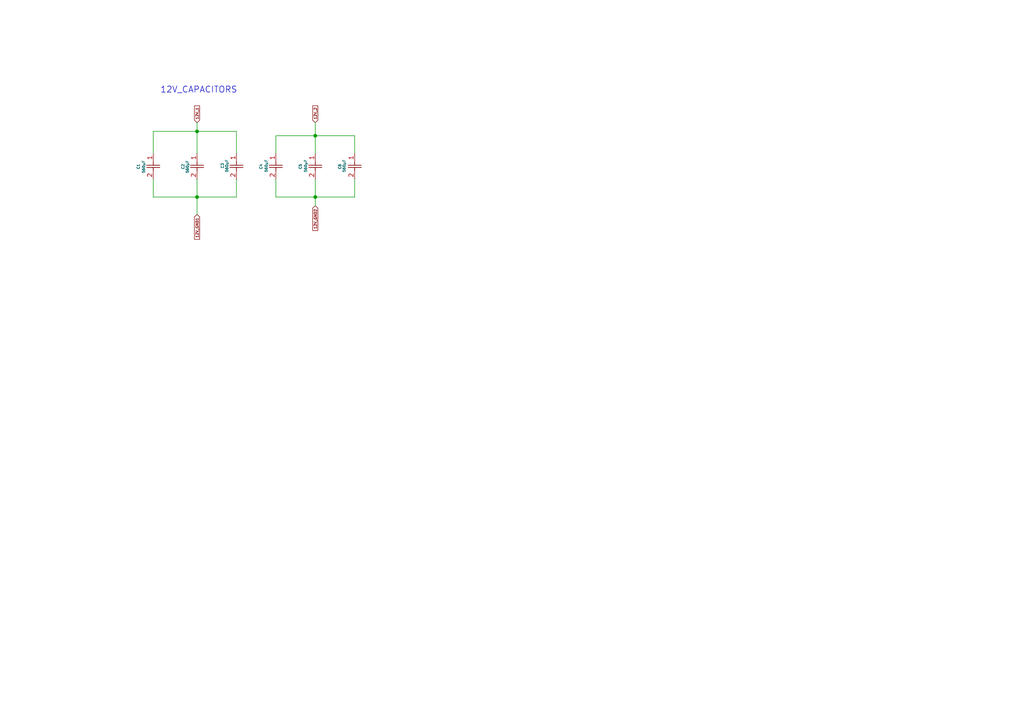
<source format=kicad_sch>
(kicad_sch (version 20231120) (generator "eeschema") (generator_version "8.0")
  (paper "A4")
  (lib_symbols
    (symbol "P122427CT-ND:EEE-FT1E561UP" (pin_names (offset 0.254))
      (property "Reference" "C" (at 3.81 3.81 0))
      (property "Value" "EEE-FT1E561UP" (at 3.81 -3.81 0))
      (symbol "EEE-FT1E561UP_1_1"
        (polyline (pts (xy 2.54 0) (xy 3.4798 0)) (stroke (width 0.2032)))
        (polyline (pts (xy 3.4798 -1.905) (xy 3.4798 1.905)) (stroke (width 0.2032)))
        (polyline (pts (xy 4.1148 -1.905) (xy 4.1148 1.905)) (stroke (width 0.2032)))
        (polyline (pts (xy 4.1148 0) (xy 5.08 0)) (stroke (width 0.2032)))
        (pin unspecified line (at 0 0 0) (length 2.54) (name "") (number "1"))
        (pin unspecified line (at 7.62 0 180) (length 2.54) (name "") (number "2"))
      )
      (symbol "EEE-FT1E561UP_1_2"
        (polyline (pts (xy -1.905 -4.1148) (xy 1.905 -4.1148)) (stroke (width 0.2032)))
        (polyline (pts (xy -1.905 -3.4798) (xy 1.905 -3.4798)) (stroke (width 0.2032)))
        (polyline (pts (xy 0 -4.1148) (xy 0 -5.08)) (stroke (width 0.2032)))
        (polyline (pts (xy 0 -2.54) (xy 0 -3.4798)) (stroke (width 0.2032)))
        (pin unspecified line (at 0 0 270) (length 2.54) (name "") (number "1"))
        (pin unspecified line (at 0 -7.62 90) (length 2.54) (name "") (number "2"))
      )
    )
  )
  (junction (at 57.15 57.15))
  (junction (at 91.44 39.37))
  (junction (at 57.15 38.1))
  (junction (at 91.44 57.15))
  (wire (pts (xy 44.45 38.1) (xy 57.15 38.1)))
  (wire (pts (xy 57.15 38.1) (xy 68.58 38.1)))
  (wire (pts (xy 102.87 52.07) (xy 102.87 57.15)))
  (wire (pts (xy 57.15 38.1) (xy 57.15 44.45)))
  (wire (pts (xy 91.44 35.56) (xy 91.44 39.37)))
  (wire (pts (xy 91.44 39.37) (xy 80.01 39.37)))
  (wire (pts (xy 91.44 57.15) (xy 102.87 57.15)))
  (wire (pts (xy 44.45 52.07) (xy 44.45 57.15)))
  (wire (pts (xy 57.15 57.15) (xy 57.15 62.23)))
  (wire (pts (xy 68.58 52.07) (xy 68.58 57.15)))
  (wire (pts (xy 91.44 52.07) (xy 91.44 57.15)))
  (wire (pts (xy 44.45 57.15) (xy 57.15 57.15)))
  (wire (pts (xy 80.01 39.37) (xy 80.01 44.45)))
  (wire (pts (xy 57.15 35.56) (xy 57.15 38.1)))
  (wire (pts (xy 80.01 52.07) (xy 80.01 57.15)))
  (wire (pts (xy 68.58 38.1) (xy 68.58 44.45)))
  (wire (pts (xy 91.44 39.37) (xy 91.44 44.45)))
  (wire (pts (xy 80.01 57.15) (xy 91.44 57.15)))
  (wire (pts (xy 57.15 57.15) (xy 68.58 57.15)))
  (wire (pts (xy 91.44 57.15) (xy 91.44 59.69)))
  (wire (pts (xy 44.45 38.1) (xy 44.45 44.45)))
  (wire (pts (xy 91.44 39.37) (xy 102.87 39.37)))
  (wire (pts (xy 102.87 39.37) (xy 102.87 44.45)))
  (wire (pts (xy 57.15 52.07) (xy 57.15 57.15)))
  (text "12V_CAPACITORS" (at 57.658 26.162 0) (effects (font (size 1.778 1.778))))
  (global_label "12V_GND2" (shape input) (at 91.44 59.69 270) (effects (font (size 0.762 0.762))) (property "Intersheetrefs" "${INTERSHEET_REFS}" (effects (hide yes))))
  (global_label "12V_2" (shape input) (at 91.44 35.56 90) (effects (font (size 0.762 0.762))) (property "Intersheetrefs" "${INTERSHEET_REFS}" (effects (hide yes))))
  (global_label "12V_1" (shape input) (at 57.15 35.56 90) (effects (font (size 0.762 0.762))) (property "Intersheetrefs" "${INTERSHEET_REFS}" (effects (hide yes))))
  (global_label "12V_GND1" (shape input) (at 57.15 62.23 270) (effects (font (size 0.762 0.762))) (property "Intersheetrefs" "${INTERSHEET_REFS}" (effects (hide yes))))
  (symbol (lib_id "P122427CT-ND:EEE-FT1E561UP") (at 102.87 44.45 270) (unit 1)
    (property "Reference" "C6" (at 98.552 47.498 0) (effects (font (size 0.762 0.762)) (justify left)))
    (property "Value" "560μF" (at 99.822 46.228 0) (effects (font (size 0.762 0.762)) (justify left)))
    (property "Footprint" "CAP_FT_F_PAN" (effects (hide yes)))
    (property "Datasheet" "EEE-FT1E561UP" (effects (hide yes)))
  )
  (symbol (lib_id "P122427CT-ND:EEE-FT1E561UP") (at 80.01 44.45 270) (unit 1)
    (property "Reference" "C4" (at 75.692 47.498 0) (effects (font (size 0.762 0.762)) (justify left)))
    (property "Value" "560μF" (at 77.216 46.228 0) (effects (font (size 0.762 0.762)) (justify left)))
    (property "Footprint" "CAP_FT_F_PAN" (effects (hide yes)))
    (property "Datasheet" "EEE-FT1E561UP" (effects (hide yes)))
  )
  (symbol (lib_id "P122427CT-ND:EEE-FT1E561UP") (at 91.44 44.45 270) (unit 1)
    (property "Reference" "C5" (at 87.122 47.498 0) (effects (font (size 0.762 0.762)) (justify left)))
    (property "Value" "560μF" (at 88.646 46.228 0) (effects (font (size 0.762 0.762)) (justify left)))
    (property "Footprint" "CAP_FT_F_PAN" (effects (hide yes)))
    (property "Datasheet" "EEE-FT1E561UP" (effects (hide yes)))
  )
  (symbol (lib_id "P122427CT-ND:EEE-FT1E561UP") (at 44.45 44.45 270) (unit 1)
    (property "Reference" "C1" (at 40.132 47.498 0) (effects (font (size 0.762 0.762)) (justify left)))
    (property "Value" "560μF" (at 41.656 46.482 0) (effects (font (size 0.762 0.762)) (justify left)))
    (property "Footprint" "CAP_FT_F_PAN" (effects (hide yes)))
    (property "Datasheet" "EEE-FT1E561UP" (effects (hide yes)))
  )
  (symbol (lib_id "P122427CT-ND:EEE-FT1E561UP") (at 68.58 44.45 270) (unit 1)
    (property "Reference" "C3" (at 64.516 47.244 0) (effects (font (size 0.762 0.762)) (justify left)))
    (property "Value" "560μF" (at 65.786 46.228 0) (effects (font (size 0.762 0.762)) (justify left)))
    (property "Footprint" "CAP_FT_F_PAN" (effects (hide yes)))
    (property "Datasheet" "EEE-FT1E561UP" (effects (hide yes)))
  )
  (symbol (lib_id "P122427CT-ND:EEE-FT1E561UP") (at 57.15 44.45 270) (unit 1)
    (property "Reference" "C2" (at 53.086 47.498 0) (effects (font (size 0.762 0.762)) (justify left)))
    (property "Value" "560μF" (at 54.356 46.482 0) (effects (font (size 0.762 0.762)) (justify left)))
    (property "Footprint" "CAP_FT_F_PAN" (effects (hide yes)))
    (property "Datasheet" "EEE-FT1E561UP" (effects (hide yes)))
  )
)
</source>
